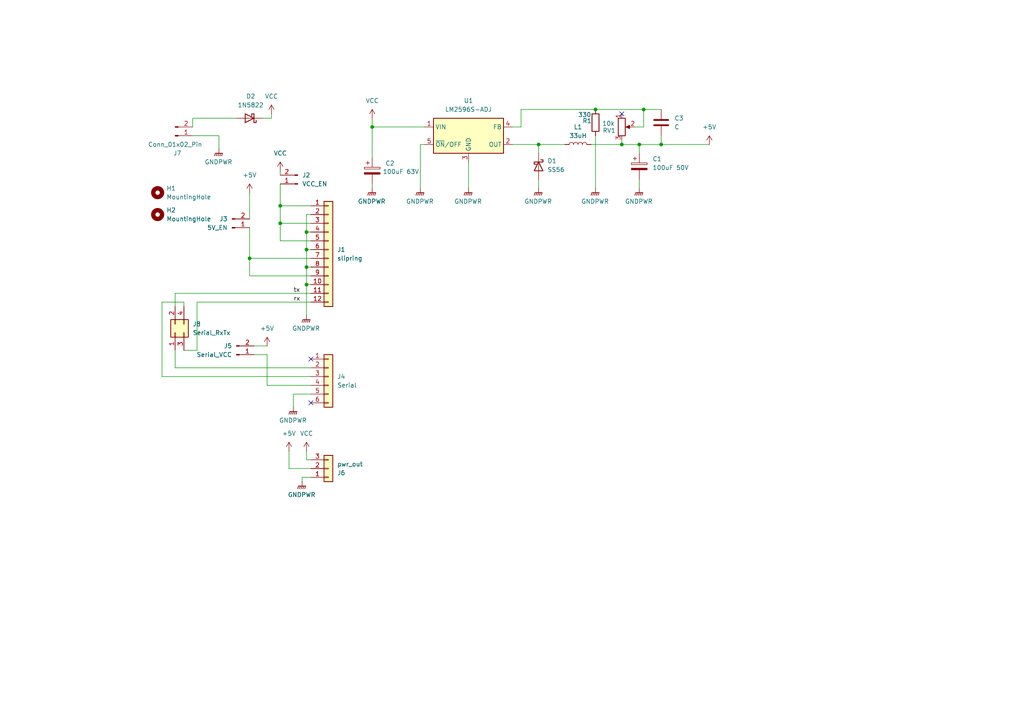
<source format=kicad_sch>
(kicad_sch (version 20231120) (generator "eeschema") (generator_version "8.0")
  (paper "A4")
  (lib_symbols
    (symbol "Connector:Conn_01x02_Pin" (pin_names (offset 1.016) hide)
      (property "Reference" "J" (at 0 2.54 0))
      (property "Value" "Conn_01x02_Pin" (at 0 -5.08 0))
      (symbol "Conn_01x02_Pin_1_1"
        (polyline (pts (xy 1.27 -2.54) (xy 0.8636 -2.54)) (stroke (width 0.1524)))
        (polyline (pts (xy 1.27 0) (xy 0.8636 0)) (stroke (width 0.1524)))
        (rectangle (start 0.8636 -2.413) (end 0 -2.667) (stroke (width 0.1524)) (fill (type outline)))
        (rectangle (start 0.8636 0.127) (end 0 -0.127) (stroke (width 0.1524)) (fill (type outline)))
        (pin passive line (at 5.08 0 180) (length 3.81) (name "Pin_1") (number "1"))
        (pin passive line (at 5.08 -2.54 180) (length 3.81) (name "Pin_2") (number "2"))
      )
    )
    (symbol "Connector_Generic:Conn_01x03" (pin_names (offset 1.016) hide)
      (property "Reference" "J" (at 0 5.08 0))
      (property "Value" "Conn_01x03" (at 0 -5.08 0))
      (symbol "Conn_01x03_1_1"
        (rectangle (start -1.27 -2.413) (end 0 -2.667) (stroke (width 0.1524)))
        (rectangle (start -1.27 0.127) (end 0 -0.127) (stroke (width 0.1524)))
        (rectangle (start -1.27 2.667) (end 0 2.413) (stroke (width 0.1524)))
        (rectangle (start -1.27 3.81) (end 1.27 -3.81) (stroke (width 0.254)) (fill (type background)))
        (pin passive line (at -5.08 2.54 0) (length 3.81) (name "Pin_1") (number "1"))
        (pin passive line (at -5.08 0 0) (length 3.81) (name "Pin_2") (number "2"))
        (pin passive line (at -5.08 -2.54 0) (length 3.81) (name "Pin_3") (number "3"))
      )
    )
    (symbol "Connector_Generic:Conn_01x06" (pin_names (offset 1.016) hide)
      (property "Reference" "J" (at 0 7.62 0))
      (property "Value" "Conn_01x06" (at 0 -10.16 0))
      (symbol "Conn_01x06_1_1"
        (rectangle (start -1.27 -7.493) (end 0 -7.747) (stroke (width 0.1524)))
        (rectangle (start -1.27 -4.953) (end 0 -5.207) (stroke (width 0.1524)))
        (rectangle (start -1.27 -2.413) (end 0 -2.667) (stroke (width 0.1524)))
        (rectangle (start -1.27 0.127) (end 0 -0.127) (stroke (width 0.1524)))
        (rectangle (start -1.27 2.667) (end 0 2.413) (stroke (width 0.1524)))
        (rectangle (start -1.27 5.207) (end 0 4.953) (stroke (width 0.1524)))
        (rectangle (start -1.27 6.35) (end 1.27 -8.89) (stroke (width 0.254)) (fill (type background)))
        (pin passive line (at -5.08 5.08 0) (length 3.81) (name "Pin_1") (number "1"))
        (pin passive line (at -5.08 2.54 0) (length 3.81) (name "Pin_2") (number "2"))
        (pin passive line (at -5.08 0 0) (length 3.81) (name "Pin_3") (number "3"))
        (pin passive line (at -5.08 -2.54 0) (length 3.81) (name "Pin_4") (number "4"))
        (pin passive line (at -5.08 -5.08 0) (length 3.81) (name "Pin_5") (number "5"))
        (pin passive line (at -5.08 -7.62 0) (length 3.81) (name "Pin_6") (number "6"))
      )
    )
    (symbol "Connector_Generic:Conn_01x12" (pin_names (offset 1.016) hide)
      (property "Reference" "J" (at 0 15.24 0))
      (property "Value" "Conn_01x12" (at 0 -17.78 0))
      (symbol "Conn_01x12_1_1"
        (rectangle (start -1.27 -15.113) (end 0 -15.367) (stroke (width 0.1524)))
        (rectangle (start -1.27 -12.573) (end 0 -12.827) (stroke (width 0.1524)))
        (rectangle (start -1.27 -10.033) (end 0 -10.287) (stroke (width 0.1524)))
        (rectangle (start -1.27 -7.493) (end 0 -7.747) (stroke (width 0.1524)))
        (rectangle (start -1.27 -4.953) (end 0 -5.207) (stroke (width 0.1524)))
        (rectangle (start -1.27 -2.413) (end 0 -2.667) (stroke (width 0.1524)))
        (rectangle (start -1.27 0.127) (end 0 -0.127) (stroke (width 0.1524)))
        (rectangle (start -1.27 2.667) (end 0 2.413) (stroke (width 0.1524)))
        (rectangle (start -1.27 5.207) (end 0 4.953) (stroke (width 0.1524)))
        (rectangle (start -1.27 7.747) (end 0 7.493) (stroke (width 0.1524)))
        (rectangle (start -1.27 10.287) (end 0 10.033) (stroke (width 0.1524)))
        (rectangle (start -1.27 12.827) (end 0 12.573) (stroke (width 0.1524)))
        (rectangle (start -1.27 13.97) (end 1.27 -16.51) (stroke (width 0.254)) (fill (type background)))
        (pin passive line (at -5.08 12.7 0) (length 3.81) (name "Pin_1") (number "1"))
        (pin passive line (at -5.08 -10.16 0) (length 3.81) (name "Pin_10") (number "10"))
        (pin passive line (at -5.08 -12.7 0) (length 3.81) (name "Pin_11") (number "11"))
        (pin passive line (at -5.08 -15.24 0) (length 3.81) (name "Pin_12") (number "12"))
        (pin passive line (at -5.08 10.16 0) (length 3.81) (name "Pin_2") (number "2"))
        (pin passive line (at -5.08 7.62 0) (length 3.81) (name "Pin_3") (number "3"))
        (pin passive line (at -5.08 5.08 0) (length 3.81) (name "Pin_4") (number "4"))
        (pin passive line (at -5.08 2.54 0) (length 3.81) (name "Pin_5") (number "5"))
        (pin passive line (at -5.08 0 0) (length 3.81) (name "Pin_6") (number "6"))
        (pin passive line (at -5.08 -2.54 0) (length 3.81) (name "Pin_7") (number "7"))
        (pin passive line (at -5.08 -5.08 0) (length 3.81) (name "Pin_8") (number "8"))
        (pin passive line (at -5.08 -7.62 0) (length 3.81) (name "Pin_9") (number "9"))
      )
    )
    (symbol "Connector_Generic:Conn_02x02_Odd_Even" (pin_names (offset 1.016) hide)
      (property "Reference" "J" (at 1.27 2.54 0))
      (property "Value" "Conn_02x02_Odd_Even" (at 1.27 -5.08 0))
      (symbol "Conn_02x02_Odd_Even_1_1"
        (rectangle (start -1.27 -2.413) (end 0 -2.667) (stroke (width 0.1524)))
        (rectangle (start -1.27 0.127) (end 0 -0.127) (stroke (width 0.1524)))
        (rectangle (start -1.27 1.27) (end 3.81 -3.81) (stroke (width 0.254)) (fill (type background)))
        (rectangle (start 3.81 -2.413) (end 2.54 -2.667) (stroke (width 0.1524)))
        (rectangle (start 3.81 0.127) (end 2.54 -0.127) (stroke (width 0.1524)))
        (pin passive line (at -5.08 0 0) (length 3.81) (name "Pin_1") (number "1"))
        (pin passive line (at 7.62 0 180) (length 3.81) (name "Pin_2") (number "2"))
        (pin passive line (at -5.08 -2.54 0) (length 3.81) (name "Pin_3") (number "3"))
        (pin passive line (at 7.62 -2.54 180) (length 3.81) (name "Pin_4") (number "4"))
      )
    )
    (symbol "Device:C" (pin_numbers hide) (pin_names (offset 0.254))
      (property "Reference" "C" (at 0.635 2.54 0))
      (property "Value" "C" (at 0.635 -2.54 0))
      (symbol "C_0_1"
        (polyline (pts (xy -2.032 -0.762) (xy 2.032 -0.762)) (stroke (width 0.508)))
        (polyline (pts (xy -2.032 0.762) (xy 2.032 0.762)) (stroke (width 0.508)))
      )
      (symbol "C_1_1"
        (pin passive line (at 0 3.81 270) (length 2.794) (name "~") (number "1"))
        (pin passive line (at 0 -3.81 90) (length 2.794) (name "~") (number "2"))
      )
    )
    (symbol "Device:C_Polarized" (pin_numbers hide) (pin_names (offset 0.254))
      (property "Reference" "C" (at 0.635 2.54 0))
      (property "Value" "C_Polarized" (at 0.635 -2.54 0))
      (symbol "C_Polarized_0_1"
        (rectangle (start -2.286 0.508) (end 2.286 1.016))
        (polyline (pts (xy -1.778 2.286) (xy -0.762 2.286)))
        (polyline (pts (xy -1.27 2.794) (xy -1.27 1.778)))
        (rectangle (start 2.286 -0.508) (end -2.286 -1.016) (fill (type outline)))
      )
      (symbol "C_Polarized_1_1"
        (pin passive line (at 0 3.81 270) (length 2.794) (name "~") (number "1"))
        (pin passive line (at 0 -3.81 90) (length 2.794) (name "~") (number "2"))
      )
    )
    (symbol "Device:L" (pin_numbers hide) (pin_names (offset 1.016) hide)
      (property "Reference" "L" (at -1.27 0 90))
      (property "Value" "L" (at 1.905 0 90))
      (symbol "L_0_1"
        (arc (start 0 -2.54) (mid 0.6323 -1.905) (end 0 -1.27))
        (arc (start 0 -1.27) (mid 0.6323 -0.635) (end 0 0))
        (arc (start 0 0) (mid 0.6323 0.635) (end 0 1.27))
        (arc (start 0 1.27) (mid 0.6323 1.905) (end 0 2.54))
      )
      (symbol "L_1_1"
        (pin passive line (at 0 3.81 270) (length 1.27) (name "1") (number "1"))
        (pin passive line (at 0 -3.81 90) (length 1.27) (name "2") (number "2"))
      )
    )
    (symbol "Device:R" (pin_numbers hide) (pin_names (offset 0))
      (property "Reference" "R" (at 2.032 0 90))
      (property "Value" "R" (at 0 0 90))
      (symbol "R_0_1"
        (rectangle (start -1.016 -2.54) (end 1.016 2.54) (stroke (width 0.254)))
      )
      (symbol "R_1_1"
        (pin passive line (at 0 3.81 270) (length 1.27) (name "~") (number "1"))
        (pin passive line (at 0 -3.81 90) (length 1.27) (name "~") (number "2"))
      )
    )
    (symbol "Device:R_Potentiometer" (pin_names (offset 1.016) hide)
      (property "Reference" "RV" (at -4.445 0 90))
      (property "Value" "R_Potentiometer" (at -2.54 0 90))
      (symbol "R_Potentiometer_0_1"
        (polyline (pts (xy 2.54 0) (xy 1.524 0)))
        (polyline (pts (xy 1.143 0) (xy 2.286 0.508) (xy 2.286 -0.508) (xy 1.143 0)) (fill (type outline)))
        (rectangle (start 1.016 2.54) (end -1.016 -2.54) (stroke (width 0.254)))
      )
      (symbol "R_Potentiometer_1_1"
        (pin passive line (at 0 3.81 270) (length 1.27) (name "1") (number "1"))
        (pin passive line (at 3.81 0 180) (length 1.27) (name "2") (number "2"))
        (pin passive line (at 0 -3.81 90) (length 1.27) (name "3") (number "3"))
      )
    )
    (symbol "Diode:1N5822" (pin_numbers hide) (pin_names (offset 1.016) hide)
      (property "Reference" "D" (at 0 2.54 0))
      (property "Value" "1N5822" (at 0 -2.54 0))
      (symbol "1N5822_0_1"
        (polyline (pts (xy 1.27 0) (xy -1.27 0)))
        (polyline (pts (xy 1.27 1.27) (xy 1.27 -1.27) (xy -1.27 0) (xy 1.27 1.27)) (stroke (width 0.254)))
        (polyline (pts (xy -1.905 0.635) (xy -1.905 1.27) (xy -1.27 1.27) (xy -1.27 -1.27) (xy -0.635 -1.27) (xy -0.635 -0.635)) (stroke (width 0.254)))
      )
      (symbol "1N5822_1_1"
        (pin passive line (at -3.81 0 0) (length 2.54) (name "K") (number "1"))
        (pin passive line (at 3.81 0 180) (length 2.54) (name "A") (number "2"))
      )
    )
    (symbol "Mechanical:MountingHole" (pin_names (offset 1.016)) (exclude_from_sim yes) (in_bom no)
      (property "Reference" "H" (at 0 5.08 0))
      (property "Value" "MountingHole" (at 0 3.175 0))
      (symbol "MountingHole_0_1"
        (circle (center 0 0) (radius 1.27) (stroke (width 1.27)))
      )
    )
    (symbol "Regulator_Switching:LM2596S-ADJ"
      (property "Reference" "U" (at -10.16 6.35 0))
      (property "Value" "LM2596S-ADJ" (at 0 6.35 0))
      (symbol "LM2596S-ADJ_0_1"
        (rectangle (start -10.16 5.08) (end 10.16 -5.08) (stroke (width 0.254)) (fill (type background)))
      )
      (symbol "LM2596S-ADJ_1_1"
        (pin power_in line (at -12.7 2.54 0) (length 2.54) (name "VIN") (number "1"))
        (pin output line (at 12.7 -2.54 180) (length 2.54) (name "OUT") (number "2"))
        (pin power_in line (at 0 -7.62 90) (length 2.54) (name "GND") (number "3"))
        (pin input line (at 12.7 2.54 180) (length 2.54) (name "FB") (number "4"))
        (pin input line (at -12.7 -2.54 0) (length 2.54) (name "~{ON}/OFF") (number "5"))
      )
    )
    (symbol "power:+5V" (power) (pin_numbers hide) (pin_names (offset 0) hide)
      (property "Value" "+5V" (at 0 3.556 0))
      (symbol "+5V_0_1"
        (polyline (pts (xy -0.762 1.27) (xy 0 2.54)))
        (polyline (pts (xy 0 0) (xy 0 2.54)))
        (polyline (pts (xy 0 2.54) (xy 0.762 1.27)))
      )
      (symbol "+5V_1_1"
        (pin power_in line (at 0 0 90) (length 0) (name "~") (number "1"))
      )
    )
    (symbol "power:GNDPWR" (power) (pin_numbers hide) (pin_names (offset 0) hide)
      (property "Value" "GNDPWR" (at 0 -3.302 0))
      (symbol "GNDPWR_0_1"
        (polyline (pts (xy 0 -1.27) (xy 0 0)))
        (polyline (pts (xy -1.016 -1.27) (xy -1.27 -2.032) (xy -1.27 -2.032)) (stroke (width 0.2032)))
        (polyline (pts (xy -0.508 -1.27) (xy -0.762 -2.032) (xy -0.762 -2.032)) (stroke (width 0.2032)))
        (polyline (pts (xy 0 -1.27) (xy -0.254 -2.032) (xy -0.254 -2.032)) (stroke (width 0.2032)))
        (polyline (pts (xy 0.508 -1.27) (xy 0.254 -2.032) (xy 0.254 -2.032)) (stroke (width 0.2032)))
        (polyline (pts (xy 1.016 -1.27) (xy -1.016 -1.27) (xy -1.016 -1.27)) (stroke (width 0.2032)))
        (polyline (pts (xy 1.016 -1.27) (xy 0.762 -2.032) (xy 0.762 -2.032) (xy 0.762 -2.032)) (stroke (width 0.2032)))
      )
      (symbol "GNDPWR_1_1"
        (pin power_in line (at 0 0 270) (length 0) (name "~") (number "1"))
      )
    )
    (symbol "power:VCC" (power) (pin_numbers hide) (pin_names (offset 0) hide)
      (property "Value" "VCC" (at 0 3.556 0))
      (symbol "VCC_0_1"
        (polyline (pts (xy -0.762 1.27) (xy 0 2.54)))
        (polyline (pts (xy 0 0) (xy 0 2.54)))
        (polyline (pts (xy 0 2.54) (xy 0.762 1.27)))
      )
      (symbol "VCC_1_1"
        (pin power_in line (at 0 0 90) (length 0) (name "~") (number "1"))
      )
    )
  )
  (junction (at 156.21 41.91))
  (junction (at 88.9 67.31))
  (junction (at 81.28 59.69))
  (junction (at 186.69 31.75))
  (junction (at 72.39 74.93))
  (junction (at 88.9 82.55))
  (junction (at 185.42 41.91))
  (junction (at 88.9 72.39))
  (junction (at 191.77 41.91))
  (junction (at 88.9 77.47))
  (junction (at 172.72 31.75))
  (junction (at 81.28 64.77))
  (junction (at 180.34 41.91))
  (junction (at 107.95 36.83))
  (no_connect (at 180.34 33.02))
  (no_connect (at 90.17 104.14))
  (no_connect (at 90.17 116.84))
  (wire (pts (xy 55.88 34.29) (xy 68.58 34.29)))
  (wire (pts (xy 57.15 87.63) (xy 57.15 101.6)))
  (wire (pts (xy 90.17 87.63) (xy 57.15 87.63)))
  (wire (pts (xy 78.74 33.02) (xy 78.74 34.29)))
  (wire (pts (xy 135.89 46.99) (xy 135.89 54.61)))
  (wire (pts (xy 72.39 66.04) (xy 72.39 74.93)))
  (wire (pts (xy 73.66 102.87) (xy 77.47 102.87)))
  (wire (pts (xy 50.8 85.09) (xy 50.8 88.9)))
  (wire (pts (xy 81.28 69.85) (xy 81.28 64.77)))
  (wire (pts (xy 156.21 41.91) (xy 148.59 41.91)))
  (wire (pts (xy 55.88 39.37) (xy 63.5 39.37)))
  (wire (pts (xy 88.9 72.39) (xy 88.9 67.31)))
  (wire (pts (xy 121.92 54.61) (xy 121.92 41.91)))
  (wire (pts (xy 78.74 34.29) (xy 76.2 34.29)))
  (wire (pts (xy 88.9 72.39) (xy 90.17 72.39)))
  (wire (pts (xy 186.69 31.75) (xy 191.77 31.75)))
  (wire (pts (xy 172.72 39.37) (xy 172.72 54.61)))
  (wire (pts (xy 57.15 101.6) (xy 53.34 101.6)))
  (wire (pts (xy 184.15 36.83) (xy 186.69 36.83)))
  (wire (pts (xy 81.28 64.77) (xy 81.28 59.69)))
  (wire (pts (xy 107.95 36.83) (xy 107.95 45.72)))
  (wire (pts (xy 90.17 80.01) (xy 72.39 80.01)))
  (wire (pts (xy 88.9 62.23) (xy 90.17 62.23)))
  (wire (pts (xy 107.95 53.34) (xy 107.95 54.61)))
  (wire (pts (xy 85.09 114.3) (xy 90.17 114.3)))
  (wire (pts (xy 107.95 34.29) (xy 107.95 36.83)))
  (wire (pts (xy 46.99 109.22) (xy 90.17 109.22)))
  (wire (pts (xy 156.21 52.07) (xy 156.21 54.61)))
  (wire (pts (xy 191.77 41.91) (xy 185.42 41.91)))
  (wire (pts (xy 81.28 59.69) (xy 90.17 59.69)))
  (wire (pts (xy 81.28 49.53) (xy 81.28 50.8)))
  (wire (pts (xy 186.69 31.75) (xy 186.69 36.83)))
  (wire (pts (xy 72.39 80.01) (xy 72.39 74.93)))
  (wire (pts (xy 90.17 133.35) (xy 88.9 133.35)))
  (wire (pts (xy 90.17 64.77) (xy 81.28 64.77)))
  (wire (pts (xy 191.77 41.91) (xy 205.74 41.91)))
  (wire (pts (xy 83.82 135.89) (xy 90.17 135.89)))
  (wire (pts (xy 107.95 36.83) (xy 123.19 36.83)))
  (wire (pts (xy 88.9 67.31) (xy 88.9 62.23)))
  (wire (pts (xy 90.17 69.85) (xy 81.28 69.85)))
  (wire (pts (xy 171.45 41.91) (xy 180.34 41.91)))
  (wire (pts (xy 88.9 91.44) (xy 88.9 82.55)))
  (wire (pts (xy 156.21 41.91) (xy 163.83 41.91)))
  (wire (pts (xy 87.63 139.7) (xy 87.63 138.43)))
  (wire (pts (xy 73.66 100.33) (xy 77.47 100.33)))
  (wire (pts (xy 81.28 53.34) (xy 81.28 59.69)))
  (wire (pts (xy 151.13 31.75) (xy 172.72 31.75)))
  (wire (pts (xy 46.99 109.22) (xy 46.99 87.63)))
  (wire (pts (xy 50.8 106.68) (xy 50.8 101.6)))
  (wire (pts (xy 88.9 77.47) (xy 90.17 77.47)))
  (wire (pts (xy 77.47 111.76) (xy 90.17 111.76)))
  (wire (pts (xy 151.13 31.75) (xy 151.13 36.83)))
  (wire (pts (xy 88.9 77.47) (xy 88.9 72.39)))
  (wire (pts (xy 191.77 39.37) (xy 191.77 41.91)))
  (wire (pts (xy 90.17 106.68) (xy 50.8 106.68)))
  (wire (pts (xy 185.42 52.07) (xy 185.42 54.61)))
  (wire (pts (xy 63.5 39.37) (xy 63.5 43.18)))
  (wire (pts (xy 180.34 41.91) (xy 185.42 41.91)))
  (wire (pts (xy 151.13 36.83) (xy 148.59 36.83)))
  (wire (pts (xy 50.8 85.09) (xy 90.17 85.09)))
  (wire (pts (xy 88.9 67.31) (xy 90.17 67.31)))
  (wire (pts (xy 72.39 74.93) (xy 90.17 74.93)))
  (wire (pts (xy 55.88 34.29) (xy 55.88 36.83)))
  (wire (pts (xy 88.9 82.55) (xy 88.9 77.47)))
  (wire (pts (xy 83.82 130.81) (xy 83.82 135.89)))
  (wire (pts (xy 46.99 87.63) (xy 53.34 87.63)))
  (wire (pts (xy 53.34 87.63) (xy 53.34 88.9)))
  (wire (pts (xy 88.9 82.55) (xy 90.17 82.55)))
  (wire (pts (xy 72.39 55.88) (xy 72.39 63.5)))
  (wire (pts (xy 156.21 44.45) (xy 156.21 41.91)))
  (wire (pts (xy 121.92 41.91) (xy 123.19 41.91)))
  (wire (pts (xy 185.42 41.91) (xy 185.42 44.45)))
  (wire (pts (xy 88.9 133.35) (xy 88.9 130.81)))
  (wire (pts (xy 172.72 31.75) (xy 186.69 31.75)))
  (wire (pts (xy 180.34 40.64) (xy 180.34 41.91)))
  (wire (pts (xy 85.09 118.11) (xy 85.09 114.3)))
  (wire (pts (xy 77.47 102.87) (xy 77.47 111.76)))
  (wire (pts (xy 87.63 138.43) (xy 90.17 138.43)))
  (label "tx" (at 85.09 85.09 0))
  (label "rx" (at 85.09 87.63 0))
  (symbol (lib_id "power:VCC") (at 88.9 130.81 0) (unit 1)
    (property "Reference" "#PWR018" (effects (hide yes)))
    (property "Value" "VCC" (at 88.9 125.73 0))
    (property "Description" "Power symbol creates a global label with name \"VCC\"" (effects (hide yes)))
  )
  (symbol (lib_id "power:VCC") (at 107.95 34.29 0) (unit 1)
    (property "Reference" "#PWR010" (effects (hide yes)))
    (property "Value" "VCC" (at 107.95 29.21 0))
    (property "Description" "Power symbol creates a global label with name \"VCC\"" (effects (hide yes)))
  )
  (symbol (lib_id "Device:C_Polarized") (at 107.95 49.53 0) (unit 1)
    (property "Reference" "C2" (at 111.76 47.3709 0) (effects (justify left)))
    (property "Value" "100uF 63V" (at 110.998 49.784 0) (effects (justify left)))
    (property "Footprint" "Capacitor_SMD:CP_Elec_10x10.5" (effects (hide yes)))
    (property "Description" "Polarized capacitor" (effects (hide yes)))
  )
  (symbol (lib_id "power:GNDPWR") (at 87.63 139.7 0) (unit 1)
    (property "Reference" "#PWR016" (effects (hide yes)))
    (property "Value" "GNDPWR" (at 87.503 143.51 0))
    (property "Description" "Power symbol creates a global label with name \"GNDPWR\" , global ground" (effects (hide yes)))
  )
  (symbol (lib_id "power:GNDPWR") (at 107.95 54.61 0) (unit 1)
    (property "Reference" "#PWR05" (effects (hide yes)))
    (property "Value" "GNDPWR" (at 107.823 58.42 0))
    (property "Description" "Power symbol creates a global label with name \"GNDPWR\" , global ground" (effects (hide yes)))
  )
  (symbol (lib_id "Mechanical:MountingHole") (at 45.72 62.23 0) (unit 1) (exclude_from_sim yes) (in_bom no)
    (property "Reference" "H2" (at 48.26 60.9599 0) (effects (justify left)))
    (property "Value" "MountingHole" (at 48.26 63.4999 0) (effects (justify left)))
    (property "Footprint" "MountingHole:MountingHole_3.2mm_M3" (effects (hide yes)))
    (property "Description" "Mounting Hole without connection" (effects (hide yes)))
  )
  (symbol (lib_id "Mechanical:MountingHole") (at 45.72 55.88 0) (unit 1) (exclude_from_sim yes) (in_bom no)
    (property "Reference" "H1" (at 48.26 54.6099 0) (effects (justify left)))
    (property "Value" "MountingHole" (at 48.26 57.1499 0) (effects (justify left)))
    (property "Footprint" "MountingHole:MountingHole_3.2mm_M3" (effects (hide yes)))
    (property "Description" "Mounting Hole without connection" (effects (hide yes)))
  )
  (symbol (lib_id "Connector:Conn_01x02_Pin") (at 67.31 66.04 0) (mirror x) (unit 1)
    (property "Reference" "J3" (at 66.04 63.4999 0) (effects (justify right)))
    (property "Value" "5V_EN" (at 66.04 66.0399 0) (effects (justify right)))
    (property "Footprint" "Connector_PinHeader_2.54mm:PinHeader_1x02_P2.54mm_Vertical" (effects (hide yes)))
    (property "Description" "Generic connector, single row, 01x02, script generated" (effects (hide yes)))
  )
  (symbol (lib_id "power:GNDPWR") (at 135.89 54.61 0) (unit 1)
    (property "Reference" "#PWR04" (effects (hide yes)))
    (property "Value" "GNDPWR" (at 135.763 58.42 0))
    (property "Description" "Power symbol creates a global label with name \"GNDPWR\" , global ground" (effects (hide yes)))
  )
  (symbol (lib_id "power:GNDPWR") (at 85.09 118.11 0) (unit 1)
    (property "Reference" "#PWR013" (effects (hide yes)))
    (property "Value" "GNDPWR" (at 84.963 121.92 0))
    (property "Description" "Power symbol creates a global label with name \"GNDPWR\" , global ground" (effects (hide yes)))
  )
  (symbol (lib_id "Connector:Conn_01x02_Pin") (at 86.36 53.34 180) (unit 1)
    (property "Reference" "J2" (at 87.63 50.7999 0) (effects (justify right)))
    (property "Value" "VCC_EN" (at 87.63 53.3399 0) (effects (justify right)))
    (property "Footprint" "Connector_PinHeader_2.54mm:PinHeader_1x02_P2.54mm_Vertical" (effects (hide yes)))
    (property "Description" "Generic connector, single row, 01x02, script generated" (effects (hide yes)))
  )
  (symbol (lib_id "power:GNDPWR") (at 121.92 54.61 0) (unit 1)
    (property "Reference" "#PWR06" (effects (hide yes)))
    (property "Value" "GNDPWR" (at 121.793 58.42 0))
    (property "Description" "Power symbol creates a global label with name \"GNDPWR\" , global ground" (effects (hide yes)))
  )
  (symbol (lib_id "Regulator_Switching:LM2596S-ADJ") (at 135.89 39.37 0) (unit 1)
    (property "Reference" "U1" (at 135.89 29.21 0))
    (property "Value" "LM2596S-ADJ" (at 135.89 31.75 0))
    (property "Footprint" "Package_TO_SOT_SMD:TO-263-5_TabPin3" (effects (hide yes)))
    (property "Datasheet" "http://www.ti.com/lit/ds/symlink/lm2596.pdf" (effects (hide yes)))
    (property "Description" "Adjustable 3A Step-Down Voltage Regulator, TO-263" (effects (hide yes)))
  )
  (symbol (lib_id "power:+5V") (at 77.47 100.33 0) (unit 1)
    (property "Reference" "#PWR014" (effects (hide yes)))
    (property "Value" "+5V" (at 77.47 95.25 0))
    (property "Description" "Power symbol creates a global label with name \"+5V\"" (effects (hide yes)))
  )
  (symbol (lib_id "power:GNDPWR") (at 156.21 54.61 0) (unit 1)
    (property "Reference" "#PWR07" (effects (hide yes)))
    (property "Value" "GNDPWR" (at 156.083 58.42 0))
    (property "Description" "Power symbol creates a global label with name \"GNDPWR\" , global ground" (effects (hide yes)))
  )
  (symbol (lib_id "Connector:Conn_01x02_Pin") (at 50.8 39.37 0) (mirror x) (unit 1)
    (property "Reference" "J7" (at 51.435 44.45 0))
    (property "Value" "Conn_01x02_Pin" (at 50.8 41.91 0))
    (property "Footprint" "Connector_JST:JST_XH_S2B-XH-A-1_1x02_P2.50mm_Horizontal" (effects (hide yes)))
    (property "Description" "Generic connector, single row, 01x02, script generated" (effects (hide yes)))
  )
  (symbol (lib_id "power:+5V") (at 72.39 55.88 0) (unit 1)
    (property "Reference" "#PWR03" (effects (hide yes)))
    (property "Value" "+5V" (at 72.39 50.8 0))
    (property "Description" "Power symbol creates a global label with name \"+5V\"" (effects (hide yes)))
  )
  (symbol (lib_id "Diode:1N5822") (at 156.21 48.26 270) (unit 1)
    (property "Reference" "D1" (at 158.75 46.6724 90) (effects (justify left)))
    (property "Value" "SS56" (at 158.75 49.2124 90) (effects (justify left)))
    (property "Footprint" "Diode_SMD:D_SMA_Handsoldering" (effects (hide yes)))
    (property "Description" "40V 3A Schottky Barrier Rectifier Diode, DO-201AD" (effects (hide yes)))
  )
  (symbol (lib_id "Device:R") (at 172.72 35.56 0) (unit 1)
    (property "Reference" "R1" (at 168.91 35.052 0) (effects (justify left)))
    (property "Value" "330" (at 167.64 33.274 0) (effects (justify left)))
    (property "Footprint" "Resistor_SMD:R_0805_2012Metric_Pad1.20x1.40mm_HandSolder" (effects (hide yes)))
    (property "Description" "Resistor" (effects (hide yes)))
  )
  (symbol (lib_id "Connector_Generic:Conn_01x06") (at 95.25 109.22 0) (unit 1)
    (property "Reference" "J4" (at 97.79 109.2199 0) (effects (justify left)))
    (property "Value" "Serial" (at 97.79 111.7599 0) (effects (justify left)))
    (property "Footprint" "Connector_PinSocket_2.54mm:PinSocket_1x06_P2.54mm_Horizontal" (effects (hide yes)))
    (property "Description" "Generic connector, single row, 01x06, script generated (kicad-library-utils/schlib/autogen/connector/)" (effects (hide yes)))
  )
  (symbol (lib_id "Connector_Generic:Conn_02x02_Odd_Even") (at 50.8 96.52 90) (unit 1)
    (property "Reference" "J8" (at 55.88 93.9799 90) (effects (justify right)))
    (property "Value" "Serial_RxTx" (at 55.88 96.5199 90) (effects (justify right)))
    (property "Footprint" "Connector_PinHeader_2.54mm:PinHeader_2x02_P2.54mm_Vertical" (effects (hide yes)))
    (property "Description" "Generic connector, double row, 02x02, odd/even pin numbering scheme (row 1 odd numbers, row 2 even numbers), script generated (kicad-library-utils/schlib/autogen/connector/)" (effects (hide yes)))
  )
  (symbol (lib_id "Connector_Generic:Conn_01x03") (at 95.25 135.89 0) (mirror x) (unit 1)
    (property "Reference" "J6" (at 97.79 137.1601 0) (effects (justify left)))
    (property "Value" "pwr_out" (at 97.79 134.6201 0) (effects (justify left)))
    (property "Footprint" "Connector_JST:JST_XH_S3B-XH-A-1_1x03_P2.50mm_Horizontal" (effects (hide yes)))
    (property "Description" "Generic connector, single row, 01x03, script generated (kicad-library-utils/schlib/autogen/connector/)" (effects (hide yes)))
  )
  (symbol (lib_id "Device:C") (at 191.77 35.56 0) (unit 1)
    (property "Reference" "C3" (at 195.58 34.2899 0) (effects (justify left)))
    (property "Value" "C" (at 195.58 36.8299 0) (effects (justify left)))
    (property "Footprint" "Capacitor_SMD:C_0805_2012Metric_Pad1.18x1.45mm_HandSolder" (effects (hide yes)))
    (property "Description" "Unpolarized capacitor" (effects (hide yes)))
  )
  (symbol (lib_id "Connector_Generic:Conn_01x12") (at 95.25 72.39 0) (unit 1)
    (property "Reference" "J1" (at 97.79 72.3899 0) (effects (justify left)))
    (property "Value" "slipring" (at 97.79 74.9299 0) (effects (justify left)))
    (property "Footprint" "Connector_Molex:Molex_PicoBlade_53261-1271_1x12-1MP_P1.25mm_Horizontal" (effects (hide yes)))
    (property "Description" "Generic connector, single row, 01x12, script generated (kicad-library-utils/schlib/autogen/connector/)" (effects (hide yes)))
  )
  (symbol (lib_id "power:GNDPWR") (at 63.5 43.18 0) (unit 1)
    (property "Reference" "#PWR015" (effects (hide yes)))
    (property "Value" "GNDPWR" (at 63.373 46.99 0))
    (property "Description" "Power symbol creates a global label with name \"GNDPWR\" , global ground" (effects (hide yes)))
  )
  (symbol (lib_id "Connector:Conn_01x02_Pin") (at 68.58 102.87 0) (mirror x) (unit 1)
    (property "Reference" "J5" (at 67.31 100.3299 0) (effects (justify right)))
    (property "Value" "Serial_VCC" (at 67.31 102.8699 0) (effects (justify right)))
    (property "Footprint" "Connector_PinHeader_2.54mm:PinHeader_1x02_P2.54mm_Vertical" (effects (hide yes)))
    (property "Description" "Generic connector, single row, 01x02, script generated" (effects (hide yes)))
  )
  (symbol (lib_id "Device:L") (at 167.64 41.91 90) (unit 1)
    (property "Reference" "L1" (at 167.64 36.83 90))
    (property "Value" "33uH" (at 167.64 39.37 90))
    (property "Footprint" "Inductor_SMD:L_Chilisin_BMRG00131360" (effects (hide yes)))
    (property "Description" "Inductor" (effects (hide yes)))
  )
  (symbol (lib_id "Device:R_Potentiometer") (at 180.34 36.83 0) (unit 1)
    (property "Reference" "RV1" (at 178.562 37.846 0) (effects (justify right)))
    (property "Value" "10k" (at 178.308 35.814 0) (effects (justify right)))
    (property "Footprint" "Potentiometer_THT:Potentiometer_Bourns_3296W_Vertical" (effects (hide yes)))
    (property "Description" "Potentiometer" (effects (hide yes)))
  )
  (symbol (lib_id "power:GNDPWR") (at 88.9 91.44 0) (unit 1)
    (property "Reference" "#PWR01" (effects (hide yes)))
    (property "Value" "GNDPWR" (at 88.773 95.25 0))
    (property "Description" "Power symbol creates a global label with name \"GNDPWR\" , global ground" (effects (hide yes)))
  )
  (symbol (lib_id "power:VCC") (at 78.74 33.02 0) (unit 1)
    (property "Reference" "#PWR011" (effects (hide yes)))
    (property "Value" "VCC" (at 78.74 27.94 0))
    (property "Description" "Power symbol creates a global label with name \"VCC\"" (effects (hide yes)))
  )
  (symbol (lib_id "Diode:1N5822") (at 72.39 34.29 180) (unit 1)
    (property "Reference" "D2" (at 72.7075 27.94 0))
    (property "Value" "1N5822" (at 72.7075 30.48 0))
    (property "Footprint" "Diode_THT:D_DO-201AD_P15.24mm_Horizontal" (effects (hide yes)))
    (property "Datasheet" "http://www.vishay.com/docs/88526/1n5820.pdf" (effects (hide yes)))
    (property "Description" "40V 3A Schottky Barrier Rectifier Diode, DO-201AD" (effects (hide yes)))
  )
  (symbol (lib_id "power:VCC") (at 81.28 49.53 0) (unit 1)
    (property "Reference" "#PWR02" (effects (hide yes)))
    (property "Value" "VCC" (at 81.28 44.45 0))
    (property "Description" "Power symbol creates a global label with name \"VCC\"" (effects (hide yes)))
  )
  (symbol (lib_id "Device:C_Polarized") (at 185.42 48.26 0) (unit 1)
    (property "Reference" "C1" (at 189.23 46.1009 0) (effects (justify left)))
    (property "Value" "100uF 50V" (at 189.23 48.6409 0) (effects (justify left)))
    (property "Footprint" "Capacitor_SMD:CP_Elec_8x10.5" (effects (hide yes)))
    (property "Description" "Polarized capacitor" (effects (hide yes)))
  )
  (symbol (lib_id "power:GNDPWR") (at 172.72 54.61 0) (unit 1)
    (property "Reference" "#PWR09" (effects (hide yes)))
    (property "Value" "GNDPWR" (at 172.593 58.42 0))
    (property "Description" "Power symbol creates a global label with name \"GNDPWR\" , global ground" (effects (hide yes)))
  )
  (symbol (lib_id "power:GNDPWR") (at 185.42 54.61 0) (unit 1)
    (property "Reference" "#PWR08" (effects (hide yes)))
    (property "Value" "GNDPWR" (at 185.293 58.42 0))
    (property "Description" "Power symbol creates a global label with name \"GNDPWR\" , global ground" (effects (hide yes)))
  )
  (symbol (lib_id "power:+5V") (at 83.82 130.81 0) (unit 1)
    (property "Reference" "#PWR017" (effects (hide yes)))
    (property "Value" "+5V" (at 83.82 125.73 0))
    (property "Description" "Power symbol creates a global label with name \"+5V\"" (effects (hide yes)))
  )
  (symbol (lib_id "power:+5V") (at 205.74 41.91 0) (unit 1)
    (property "Reference" "#PWR012" (effects (hide yes)))
    (property "Value" "+5V" (at 205.74 36.83 0))
    (property "Description" "Power symbol creates a global label with name \"+5V\"" (effects (hide yes)))
  )
)
</source>
